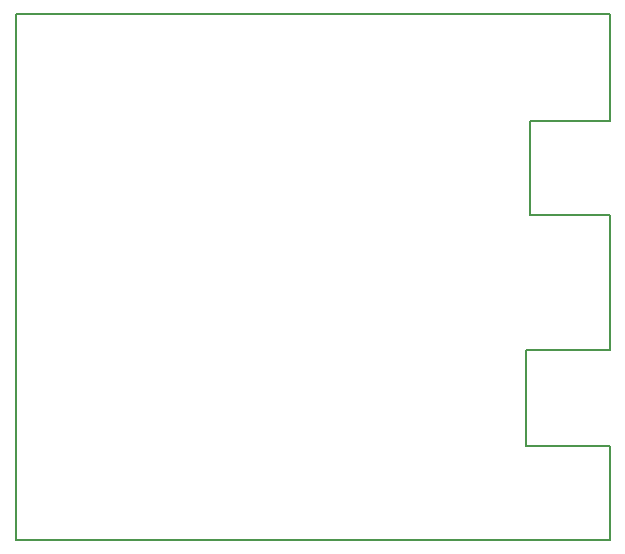
<source format=gm1>
G04 #@! TF.FileFunction,Profile,NP*
%FSLAX46Y46*%
G04 Gerber Fmt 4.6, Leading zero omitted, Abs format (unit mm)*
G04 Created by KiCad (PCBNEW 4.0.4-stable) date 10/17/16 21:55:59*
%MOMM*%
%LPD*%
G01*
G04 APERTURE LIST*
%ADD10C,0.100000*%
%ADD11C,0.150000*%
G04 APERTURE END LIST*
D10*
D11*
X166420800Y-119583200D02*
X166420800Y-127558800D01*
X166420800Y-100025200D02*
X166420800Y-111455200D01*
X166420800Y-83058000D02*
X166420800Y-92049600D01*
X166420800Y-111455200D02*
X166420800Y-111404400D01*
X159308800Y-111455200D02*
X166420800Y-111455200D01*
X159308800Y-119583200D02*
X159308800Y-111455200D01*
X166420800Y-119583200D02*
X159308800Y-119583200D01*
X159664400Y-100025200D02*
X166420800Y-100025200D01*
X159664400Y-92049600D02*
X159664400Y-100025200D01*
X166420800Y-92049600D02*
X159664400Y-92049600D01*
X116179600Y-127558800D02*
X116179600Y-83058000D01*
X166420800Y-127558800D02*
X116179600Y-127558800D01*
X116128800Y-83058000D02*
X166420800Y-83058000D01*
M02*

</source>
